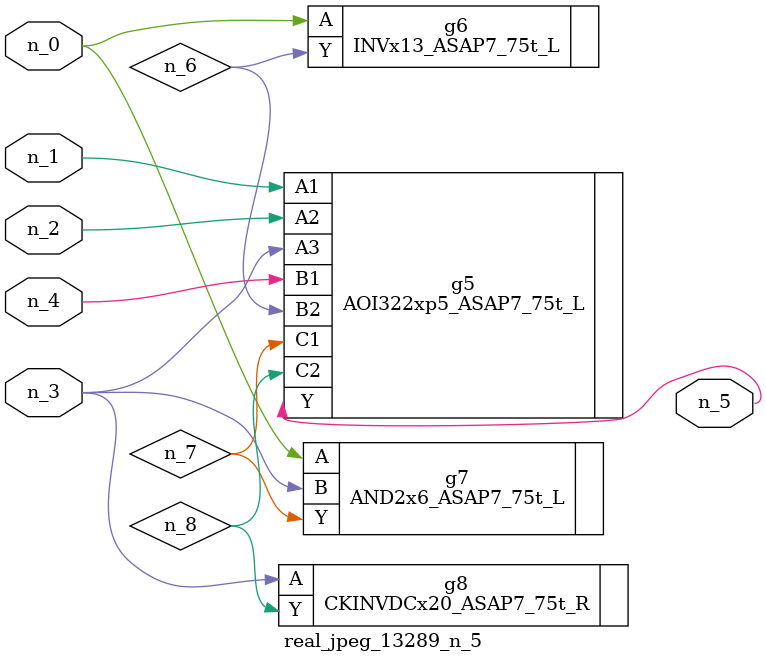
<source format=v>
module real_jpeg_13289_n_5 (n_4, n_0, n_1, n_2, n_3, n_5);

input n_4;
input n_0;
input n_1;
input n_2;
input n_3;

output n_5;

wire n_8;
wire n_6;
wire n_7;

INVx13_ASAP7_75t_L g6 ( 
.A(n_0),
.Y(n_6)
);

AND2x6_ASAP7_75t_L g7 ( 
.A(n_0),
.B(n_3),
.Y(n_7)
);

AOI322xp5_ASAP7_75t_L g5 ( 
.A1(n_1),
.A2(n_2),
.A3(n_3),
.B1(n_4),
.B2(n_6),
.C1(n_7),
.C2(n_8),
.Y(n_5)
);

CKINVDCx20_ASAP7_75t_R g8 ( 
.A(n_3),
.Y(n_8)
);


endmodule
</source>
